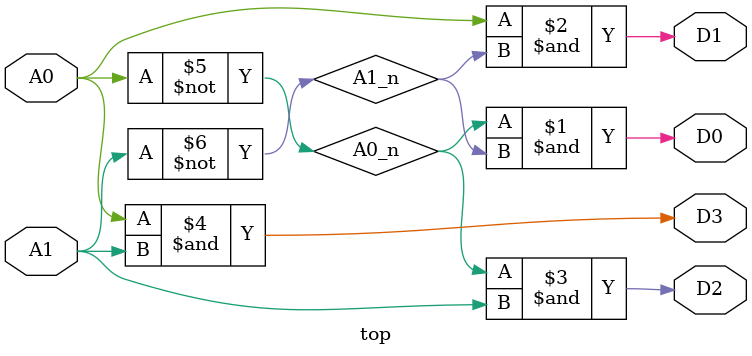
<source format=v>
module top(A0, A1, D0, D1, D2, D3);
    input A0, A1;
    output D0, D1, D2, D3;

    wire A0_n, A1_n;

    not
        g0(A0_n, A0),
        g1(A1_n, A1);

    and
        g3(D0, A0_n, A1_n),
        g4(D1, A0, A1_n),
        g5(D2, A0_n, A1),
        g6(D3, A0, A1);

endmodule
</source>
